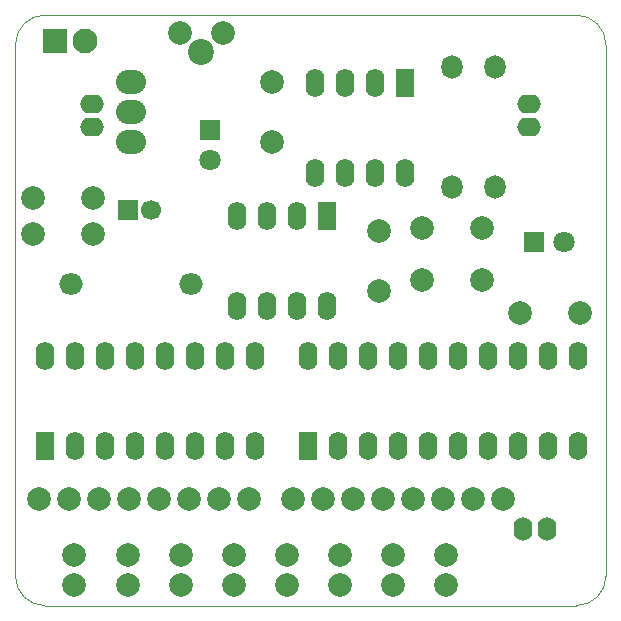
<source format=gbr>
G04 #@! TF.FileFunction,Soldermask,Bot*
%FSLAX46Y46*%
G04 Gerber Fmt 4.6, Leading zero omitted, Abs format (unit mm)*
G04 Created by KiCad (PCBNEW 4.0.2+dfsg1-stable) date Mon 02 Okt 2017 19:03:43 CEST*
%MOMM*%
G01*
G04 APERTURE LIST*
%ADD10C,0.100000*%
%ADD11R,2.000000X2.000000*%
%ADD12C,2.100000*%
%ADD13C,2.000000*%
%ADD14C,1.700000*%
%ADD15R,1.700000X1.700000*%
%ADD16R,1.800000X1.800000*%
%ADD17C,1.800000*%
%ADD18O,2.540000X2.032000*%
%ADD19R,1.600000X2.400000*%
%ADD20O,1.600000X2.400000*%
%ADD21C,2.200000*%
%ADD22O,1.800000X2.000000*%
%ADD23O,2.000000X1.800000*%
%ADD24O,2.000000X1.600000*%
%ADD25O,1.600000X2.000000*%
G04 APERTURE END LIST*
D10*
X0Y2500000D02*
G75*
G03X2500000Y0I2500000J0D01*
G01*
X47500000Y0D02*
G75*
G03X50000000Y2500000I0J2500000D01*
G01*
X50000000Y2500000D02*
X50000000Y47500000D01*
X2500000Y0D02*
X47500000Y0D01*
X0Y47500000D02*
X0Y2500000D01*
X50000000Y47500000D02*
G75*
G03X47500000Y50000000I-2500000J0D01*
G01*
X2500000Y50000000D02*
G75*
G03X0Y47500000I0J-2500000D01*
G01*
X2500000Y50000000D02*
X47500000Y50000000D01*
D11*
X3330000Y47800000D03*
D12*
X5870000Y47800000D03*
D13*
X1460000Y34500000D03*
X6540000Y34500000D03*
D14*
X11500000Y33500000D03*
D15*
X9500000Y33500000D03*
D13*
X1460000Y31500000D03*
X6540000Y31500000D03*
X47790000Y24750000D03*
X42710000Y24750000D03*
X39540000Y32000000D03*
X34460000Y32000000D03*
X39540000Y27600000D03*
X34460000Y27600000D03*
D16*
X43950000Y30800000D03*
D17*
X46450000Y30800000D03*
D13*
X21750000Y39210000D03*
X21750000Y44290000D03*
X30800000Y31740000D03*
X30800000Y26660000D03*
D16*
X16500000Y40250000D03*
D17*
X16500000Y37710000D03*
D13*
X5000000Y1730000D03*
X5000000Y4270000D03*
X9500000Y1730000D03*
X9500000Y4270000D03*
X14000000Y1730000D03*
X14000000Y4270000D03*
X18500000Y1730000D03*
X18500000Y4270000D03*
X23000000Y1730000D03*
X23000000Y4270000D03*
X27500000Y1730000D03*
X27500000Y4270000D03*
X32000000Y1730000D03*
X32000000Y4270000D03*
X36500000Y1730000D03*
X36500000Y4270000D03*
D18*
X9750000Y41750000D03*
X9750000Y39210000D03*
X9750000Y44290000D03*
D19*
X2500000Y13500000D03*
D20*
X20280000Y21120000D03*
X5040000Y13500000D03*
X17740000Y21120000D03*
X7580000Y13500000D03*
X15200000Y21120000D03*
X10120000Y13500000D03*
X12660000Y21120000D03*
X12660000Y13500000D03*
X10120000Y21120000D03*
X15200000Y13500000D03*
X7580000Y21120000D03*
X17740000Y13500000D03*
X5040000Y21120000D03*
X20280000Y13500000D03*
X2500000Y21120000D03*
D19*
X24750000Y13500000D03*
D20*
X47610000Y21120000D03*
X27290000Y13500000D03*
X45070000Y21120000D03*
X29830000Y13500000D03*
X42530000Y21120000D03*
X32370000Y13500000D03*
X39990000Y21120000D03*
X34910000Y13500000D03*
X37450000Y21120000D03*
X37450000Y13500000D03*
X34910000Y21120000D03*
X39990000Y13500000D03*
X32370000Y21120000D03*
X42530000Y13500000D03*
X29830000Y21120000D03*
X45070000Y13500000D03*
X27290000Y21120000D03*
X47610000Y13500000D03*
X24750000Y21120000D03*
D19*
X26400000Y33000000D03*
D20*
X18780000Y25380000D03*
X23860000Y33000000D03*
X21320000Y25380000D03*
X21320000Y33000000D03*
X23860000Y25380000D03*
X18780000Y33000000D03*
X26400000Y25380000D03*
D19*
X33000000Y44250000D03*
D20*
X25380000Y36630000D03*
X30460000Y44250000D03*
X27920000Y36630000D03*
X27920000Y44250000D03*
X30460000Y36630000D03*
X25380000Y44250000D03*
X33000000Y36630000D03*
D21*
X15750000Y46900000D03*
D13*
X17550000Y48500000D03*
X13950000Y48500000D03*
X23500000Y9000000D03*
X26040000Y9000000D03*
X28580000Y9000000D03*
X31120000Y9000000D03*
X33660000Y9000000D03*
X36200000Y9000000D03*
X38740000Y9000000D03*
X41280000Y9000000D03*
X2000000Y9000000D03*
X4540000Y9000000D03*
X7080000Y9000000D03*
X9620000Y9000000D03*
X12160000Y9000000D03*
X14700000Y9000000D03*
X17240000Y9000000D03*
X19780000Y9000000D03*
D22*
X37000000Y35400000D03*
X37000000Y45560000D03*
X40600000Y35400000D03*
X40600000Y45560000D03*
D23*
X4700000Y27200000D03*
X14860000Y27200000D03*
D24*
X6500000Y42500000D03*
X6500000Y40500000D03*
X43500000Y40500000D03*
X43500000Y42500000D03*
D25*
X43000000Y6500000D03*
X45000000Y6500000D03*
M02*

</source>
